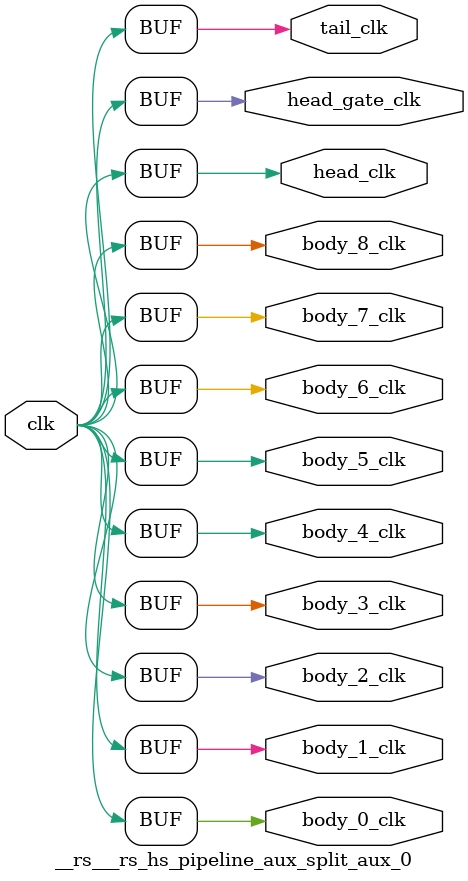
<source format=v>
`timescale 1 ns / 1 ps
module __rs___rs_hs_pipeline_aux_split_aux_0 #(
    parameter DATA_WIDTH                      = 32,
    parameter DEPTH                           = 24,
    parameter PIPELINE_READY_IN_HEAD          = 1,
    parameter PIPELINE_VALID_AND_DATA_IN_HEAD = 0,
    parameter PIPELINE_BODY_LEVEL             = 2,
    parameter MEM_STYLE                       = 0,
    parameter __HEAD_REGION                   = "",
    parameter __BODY_0_REGION                 = "",
    parameter __BODY_1_REGION                 = "",
    parameter __BODY_2_REGION                 = "",
    parameter __BODY_3_REGION                 = "",
    parameter __BODY_4_REGION                 = "",
    parameter __BODY_5_REGION                 = "",
    parameter __BODY_6_REGION                 = "",
    parameter __BODY_7_REGION                 = "",
    parameter __BODY_8_REGION                 = "",
    parameter __TAIL_REGION                   = "",
    parameter GRACE_PERIOD                    = PIPELINE_BODY_LEVEL * 2 + PIPELINE_READY_IN_HEAD + PIPELINE_VALID_AND_DATA_IN_HEAD,
    parameter REAL_DEPTH                      = GRACE_PERIOD + DEPTH + 4,
    parameter REAL_ADDR_WIDTH                 = $clog2 ( REAL_DEPTH )
) (
    output wire body_0_clk,
    output wire body_1_clk,
    output wire body_2_clk,
    output wire body_3_clk,
    output wire body_4_clk,
    output wire body_5_clk,
    output wire body_6_clk,
    output wire body_7_clk,
    output wire body_8_clk,
    input wire  clk,
    output wire head_clk,
    output wire head_gate_clk,
    output wire tail_clk
);
assign body_0_clk = clk;
assign body_1_clk = clk;
assign body_2_clk = clk;
assign body_3_clk = clk;
assign body_4_clk = clk;
assign body_5_clk = clk;
assign body_6_clk = clk;
assign body_7_clk = clk;
assign body_8_clk = clk;
assign head_clk = clk;
assign head_gate_clk = clk;
assign tail_clk = clk;
endmodule

</source>
